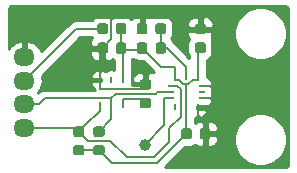
<source format=gtl>
G04 #@! TF.GenerationSoftware,KiCad,Pcbnew,(5.1.2)-1*
G04 #@! TF.CreationDate,2020-06-14T00:48:43+09:00*
G04 #@! TF.ProjectId,es,65732e6b-6963-4616-945f-706362585858,v1.0*
G04 #@! TF.SameCoordinates,Original*
G04 #@! TF.FileFunction,Copper,L1,Top*
G04 #@! TF.FilePolarity,Positive*
%FSLAX46Y46*%
G04 Gerber Fmt 4.6, Leading zero omitted, Abs format (unit mm)*
G04 Created by KiCad (PCBNEW (5.1.2)-1) date 2020-06-14 00:48:43*
%MOMM*%
%LPD*%
G04 APERTURE LIST*
%ADD10R,0.250000X0.500000*%
%ADD11R,0.500000X0.250000*%
%ADD12C,0.100000*%
%ADD13C,0.875000*%
%ADD14C,1.000000*%
%ADD15O,1.800000X1.524000*%
%ADD16C,0.800000*%
%ADD17C,0.200000*%
%ADD18C,0.254000*%
G04 APERTURE END LIST*
D10*
X164710000Y-106650000D03*
X165710000Y-106650000D03*
X166710000Y-106650000D03*
D11*
X167010000Y-107450000D03*
X167010000Y-107950000D03*
X167010000Y-108450000D03*
D10*
X166710000Y-109250000D03*
X165710000Y-109250000D03*
X164710000Y-109250000D03*
D11*
X164410000Y-108450000D03*
X164410000Y-107950000D03*
X164410000Y-107450000D03*
D12*
G36*
X160439691Y-102126053D02*
G01*
X160460926Y-102129203D01*
X160481750Y-102134419D01*
X160501962Y-102141651D01*
X160521368Y-102150830D01*
X160539781Y-102161866D01*
X160557024Y-102174654D01*
X160572930Y-102189070D01*
X160587346Y-102204976D01*
X160600134Y-102222219D01*
X160611170Y-102240632D01*
X160620349Y-102260038D01*
X160627581Y-102280250D01*
X160632797Y-102301074D01*
X160635947Y-102322309D01*
X160637000Y-102343750D01*
X160637000Y-102856250D01*
X160635947Y-102877691D01*
X160632797Y-102898926D01*
X160627581Y-102919750D01*
X160620349Y-102939962D01*
X160611170Y-102959368D01*
X160600134Y-102977781D01*
X160587346Y-102995024D01*
X160572930Y-103010930D01*
X160557024Y-103025346D01*
X160539781Y-103038134D01*
X160521368Y-103049170D01*
X160501962Y-103058349D01*
X160481750Y-103065581D01*
X160460926Y-103070797D01*
X160439691Y-103073947D01*
X160418250Y-103075000D01*
X159980750Y-103075000D01*
X159959309Y-103073947D01*
X159938074Y-103070797D01*
X159917250Y-103065581D01*
X159897038Y-103058349D01*
X159877632Y-103049170D01*
X159859219Y-103038134D01*
X159841976Y-103025346D01*
X159826070Y-103010930D01*
X159811654Y-102995024D01*
X159798866Y-102977781D01*
X159787830Y-102959368D01*
X159778651Y-102939962D01*
X159771419Y-102919750D01*
X159766203Y-102898926D01*
X159763053Y-102877691D01*
X159762000Y-102856250D01*
X159762000Y-102343750D01*
X159763053Y-102322309D01*
X159766203Y-102301074D01*
X159771419Y-102280250D01*
X159778651Y-102260038D01*
X159787830Y-102240632D01*
X159798866Y-102222219D01*
X159811654Y-102204976D01*
X159826070Y-102189070D01*
X159841976Y-102174654D01*
X159859219Y-102161866D01*
X159877632Y-102150830D01*
X159897038Y-102141651D01*
X159917250Y-102134419D01*
X159938074Y-102129203D01*
X159959309Y-102126053D01*
X159980750Y-102125000D01*
X160418250Y-102125000D01*
X160439691Y-102126053D01*
X160439691Y-102126053D01*
G37*
D13*
X160199500Y-102600000D03*
D12*
G36*
X158864691Y-102126053D02*
G01*
X158885926Y-102129203D01*
X158906750Y-102134419D01*
X158926962Y-102141651D01*
X158946368Y-102150830D01*
X158964781Y-102161866D01*
X158982024Y-102174654D01*
X158997930Y-102189070D01*
X159012346Y-102204976D01*
X159025134Y-102222219D01*
X159036170Y-102240632D01*
X159045349Y-102260038D01*
X159052581Y-102280250D01*
X159057797Y-102301074D01*
X159060947Y-102322309D01*
X159062000Y-102343750D01*
X159062000Y-102856250D01*
X159060947Y-102877691D01*
X159057797Y-102898926D01*
X159052581Y-102919750D01*
X159045349Y-102939962D01*
X159036170Y-102959368D01*
X159025134Y-102977781D01*
X159012346Y-102995024D01*
X158997930Y-103010930D01*
X158982024Y-103025346D01*
X158964781Y-103038134D01*
X158946368Y-103049170D01*
X158926962Y-103058349D01*
X158906750Y-103065581D01*
X158885926Y-103070797D01*
X158864691Y-103073947D01*
X158843250Y-103075000D01*
X158405750Y-103075000D01*
X158384309Y-103073947D01*
X158363074Y-103070797D01*
X158342250Y-103065581D01*
X158322038Y-103058349D01*
X158302632Y-103049170D01*
X158284219Y-103038134D01*
X158266976Y-103025346D01*
X158251070Y-103010930D01*
X158236654Y-102995024D01*
X158223866Y-102977781D01*
X158212830Y-102959368D01*
X158203651Y-102939962D01*
X158196419Y-102919750D01*
X158191203Y-102898926D01*
X158188053Y-102877691D01*
X158187000Y-102856250D01*
X158187000Y-102343750D01*
X158188053Y-102322309D01*
X158191203Y-102301074D01*
X158196419Y-102280250D01*
X158203651Y-102260038D01*
X158212830Y-102240632D01*
X158223866Y-102222219D01*
X158236654Y-102204976D01*
X158251070Y-102189070D01*
X158266976Y-102174654D01*
X158284219Y-102161866D01*
X158302632Y-102150830D01*
X158322038Y-102141651D01*
X158342250Y-102134419D01*
X158363074Y-102129203D01*
X158384309Y-102126053D01*
X158405750Y-102125000D01*
X158843250Y-102125000D01*
X158864691Y-102126053D01*
X158864691Y-102126053D01*
G37*
D13*
X158624500Y-102600000D03*
D12*
G36*
X158587691Y-110878053D02*
G01*
X158608926Y-110881203D01*
X158629750Y-110886419D01*
X158649962Y-110893651D01*
X158669368Y-110902830D01*
X158687781Y-110913866D01*
X158705024Y-110926654D01*
X158720930Y-110941070D01*
X158735346Y-110956976D01*
X158748134Y-110974219D01*
X158759170Y-110992632D01*
X158768349Y-111012038D01*
X158775581Y-111032250D01*
X158780797Y-111053074D01*
X158783947Y-111074309D01*
X158785000Y-111095750D01*
X158785000Y-111533250D01*
X158783947Y-111554691D01*
X158780797Y-111575926D01*
X158775581Y-111596750D01*
X158768349Y-111616962D01*
X158759170Y-111636368D01*
X158748134Y-111654781D01*
X158735346Y-111672024D01*
X158720930Y-111687930D01*
X158705024Y-111702346D01*
X158687781Y-111715134D01*
X158669368Y-111726170D01*
X158649962Y-111735349D01*
X158629750Y-111742581D01*
X158608926Y-111747797D01*
X158587691Y-111750947D01*
X158566250Y-111752000D01*
X158053750Y-111752000D01*
X158032309Y-111750947D01*
X158011074Y-111747797D01*
X157990250Y-111742581D01*
X157970038Y-111735349D01*
X157950632Y-111726170D01*
X157932219Y-111715134D01*
X157914976Y-111702346D01*
X157899070Y-111687930D01*
X157884654Y-111672024D01*
X157871866Y-111654781D01*
X157860830Y-111636368D01*
X157851651Y-111616962D01*
X157844419Y-111596750D01*
X157839203Y-111575926D01*
X157836053Y-111554691D01*
X157835000Y-111533250D01*
X157835000Y-111095750D01*
X157836053Y-111074309D01*
X157839203Y-111053074D01*
X157844419Y-111032250D01*
X157851651Y-111012038D01*
X157860830Y-110992632D01*
X157871866Y-110974219D01*
X157884654Y-110956976D01*
X157899070Y-110941070D01*
X157914976Y-110926654D01*
X157932219Y-110913866D01*
X157950632Y-110902830D01*
X157970038Y-110893651D01*
X157990250Y-110886419D01*
X158011074Y-110881203D01*
X158032309Y-110878053D01*
X158053750Y-110877000D01*
X158566250Y-110877000D01*
X158587691Y-110878053D01*
X158587691Y-110878053D01*
G37*
D13*
X158310000Y-111314500D03*
D12*
G36*
X158587691Y-112453053D02*
G01*
X158608926Y-112456203D01*
X158629750Y-112461419D01*
X158649962Y-112468651D01*
X158669368Y-112477830D01*
X158687781Y-112488866D01*
X158705024Y-112501654D01*
X158720930Y-112516070D01*
X158735346Y-112531976D01*
X158748134Y-112549219D01*
X158759170Y-112567632D01*
X158768349Y-112587038D01*
X158775581Y-112607250D01*
X158780797Y-112628074D01*
X158783947Y-112649309D01*
X158785000Y-112670750D01*
X158785000Y-113108250D01*
X158783947Y-113129691D01*
X158780797Y-113150926D01*
X158775581Y-113171750D01*
X158768349Y-113191962D01*
X158759170Y-113211368D01*
X158748134Y-113229781D01*
X158735346Y-113247024D01*
X158720930Y-113262930D01*
X158705024Y-113277346D01*
X158687781Y-113290134D01*
X158669368Y-113301170D01*
X158649962Y-113310349D01*
X158629750Y-113317581D01*
X158608926Y-113322797D01*
X158587691Y-113325947D01*
X158566250Y-113327000D01*
X158053750Y-113327000D01*
X158032309Y-113325947D01*
X158011074Y-113322797D01*
X157990250Y-113317581D01*
X157970038Y-113310349D01*
X157950632Y-113301170D01*
X157932219Y-113290134D01*
X157914976Y-113277346D01*
X157899070Y-113262930D01*
X157884654Y-113247024D01*
X157871866Y-113229781D01*
X157860830Y-113211368D01*
X157851651Y-113191962D01*
X157844419Y-113171750D01*
X157839203Y-113150926D01*
X157836053Y-113129691D01*
X157835000Y-113108250D01*
X157835000Y-112670750D01*
X157836053Y-112649309D01*
X157839203Y-112628074D01*
X157844419Y-112607250D01*
X157851651Y-112587038D01*
X157860830Y-112567632D01*
X157871866Y-112549219D01*
X157884654Y-112531976D01*
X157899070Y-112516070D01*
X157914976Y-112501654D01*
X157932219Y-112488866D01*
X157950632Y-112477830D01*
X157970038Y-112468651D01*
X157990250Y-112461419D01*
X158011074Y-112456203D01*
X158032309Y-112453053D01*
X158053750Y-112452000D01*
X158566250Y-112452000D01*
X158587691Y-112453053D01*
X158587691Y-112453053D01*
G37*
D13*
X158310000Y-112889500D03*
D12*
G36*
X156887691Y-110878053D02*
G01*
X156908926Y-110881203D01*
X156929750Y-110886419D01*
X156949962Y-110893651D01*
X156969368Y-110902830D01*
X156987781Y-110913866D01*
X157005024Y-110926654D01*
X157020930Y-110941070D01*
X157035346Y-110956976D01*
X157048134Y-110974219D01*
X157059170Y-110992632D01*
X157068349Y-111012038D01*
X157075581Y-111032250D01*
X157080797Y-111053074D01*
X157083947Y-111074309D01*
X157085000Y-111095750D01*
X157085000Y-111533250D01*
X157083947Y-111554691D01*
X157080797Y-111575926D01*
X157075581Y-111596750D01*
X157068349Y-111616962D01*
X157059170Y-111636368D01*
X157048134Y-111654781D01*
X157035346Y-111672024D01*
X157020930Y-111687930D01*
X157005024Y-111702346D01*
X156987781Y-111715134D01*
X156969368Y-111726170D01*
X156949962Y-111735349D01*
X156929750Y-111742581D01*
X156908926Y-111747797D01*
X156887691Y-111750947D01*
X156866250Y-111752000D01*
X156353750Y-111752000D01*
X156332309Y-111750947D01*
X156311074Y-111747797D01*
X156290250Y-111742581D01*
X156270038Y-111735349D01*
X156250632Y-111726170D01*
X156232219Y-111715134D01*
X156214976Y-111702346D01*
X156199070Y-111687930D01*
X156184654Y-111672024D01*
X156171866Y-111654781D01*
X156160830Y-111636368D01*
X156151651Y-111616962D01*
X156144419Y-111596750D01*
X156139203Y-111575926D01*
X156136053Y-111554691D01*
X156135000Y-111533250D01*
X156135000Y-111095750D01*
X156136053Y-111074309D01*
X156139203Y-111053074D01*
X156144419Y-111032250D01*
X156151651Y-111012038D01*
X156160830Y-110992632D01*
X156171866Y-110974219D01*
X156184654Y-110956976D01*
X156199070Y-110941070D01*
X156214976Y-110926654D01*
X156232219Y-110913866D01*
X156250632Y-110902830D01*
X156270038Y-110893651D01*
X156290250Y-110886419D01*
X156311074Y-110881203D01*
X156332309Y-110878053D01*
X156353750Y-110877000D01*
X156866250Y-110877000D01*
X156887691Y-110878053D01*
X156887691Y-110878053D01*
G37*
D13*
X156610000Y-111314500D03*
D12*
G36*
X156887691Y-112453053D02*
G01*
X156908926Y-112456203D01*
X156929750Y-112461419D01*
X156949962Y-112468651D01*
X156969368Y-112477830D01*
X156987781Y-112488866D01*
X157005024Y-112501654D01*
X157020930Y-112516070D01*
X157035346Y-112531976D01*
X157048134Y-112549219D01*
X157059170Y-112567632D01*
X157068349Y-112587038D01*
X157075581Y-112607250D01*
X157080797Y-112628074D01*
X157083947Y-112649309D01*
X157085000Y-112670750D01*
X157085000Y-113108250D01*
X157083947Y-113129691D01*
X157080797Y-113150926D01*
X157075581Y-113171750D01*
X157068349Y-113191962D01*
X157059170Y-113211368D01*
X157048134Y-113229781D01*
X157035346Y-113247024D01*
X157020930Y-113262930D01*
X157005024Y-113277346D01*
X156987781Y-113290134D01*
X156969368Y-113301170D01*
X156949962Y-113310349D01*
X156929750Y-113317581D01*
X156908926Y-113322797D01*
X156887691Y-113325947D01*
X156866250Y-113327000D01*
X156353750Y-113327000D01*
X156332309Y-113325947D01*
X156311074Y-113322797D01*
X156290250Y-113317581D01*
X156270038Y-113310349D01*
X156250632Y-113301170D01*
X156232219Y-113290134D01*
X156214976Y-113277346D01*
X156199070Y-113262930D01*
X156184654Y-113247024D01*
X156171866Y-113229781D01*
X156160830Y-113211368D01*
X156151651Y-113191962D01*
X156144419Y-113171750D01*
X156139203Y-113150926D01*
X156136053Y-113129691D01*
X156135000Y-113108250D01*
X156135000Y-112670750D01*
X156136053Y-112649309D01*
X156139203Y-112628074D01*
X156144419Y-112607250D01*
X156151651Y-112587038D01*
X156160830Y-112567632D01*
X156171866Y-112549219D01*
X156184654Y-112531976D01*
X156199070Y-112516070D01*
X156214976Y-112501654D01*
X156232219Y-112488866D01*
X156250632Y-112477830D01*
X156270038Y-112468651D01*
X156290250Y-112461419D01*
X156311074Y-112456203D01*
X156332309Y-112453053D01*
X156353750Y-112452000D01*
X156866250Y-112452000D01*
X156887691Y-112453053D01*
X156887691Y-112453053D01*
G37*
D13*
X156610000Y-112889500D03*
D10*
X158360000Y-106940000D03*
X159360000Y-106940000D03*
X160360000Y-106940000D03*
X160360000Y-109040000D03*
X159360000Y-109040000D03*
X158360000Y-109040000D03*
D14*
X162170000Y-112420000D03*
D12*
G36*
X163777691Y-103766053D02*
G01*
X163798926Y-103769203D01*
X163819750Y-103774419D01*
X163839962Y-103781651D01*
X163859368Y-103790830D01*
X163877781Y-103801866D01*
X163895024Y-103814654D01*
X163910930Y-103829070D01*
X163925346Y-103844976D01*
X163938134Y-103862219D01*
X163949170Y-103880632D01*
X163958349Y-103900038D01*
X163965581Y-103920250D01*
X163970797Y-103941074D01*
X163973947Y-103962309D01*
X163975000Y-103983750D01*
X163975000Y-104496250D01*
X163973947Y-104517691D01*
X163970797Y-104538926D01*
X163965581Y-104559750D01*
X163958349Y-104579962D01*
X163949170Y-104599368D01*
X163938134Y-104617781D01*
X163925346Y-104635024D01*
X163910930Y-104650930D01*
X163895024Y-104665346D01*
X163877781Y-104678134D01*
X163859368Y-104689170D01*
X163839962Y-104698349D01*
X163819750Y-104705581D01*
X163798926Y-104710797D01*
X163777691Y-104713947D01*
X163756250Y-104715000D01*
X163318750Y-104715000D01*
X163297309Y-104713947D01*
X163276074Y-104710797D01*
X163255250Y-104705581D01*
X163235038Y-104698349D01*
X163215632Y-104689170D01*
X163197219Y-104678134D01*
X163179976Y-104665346D01*
X163164070Y-104650930D01*
X163149654Y-104635024D01*
X163136866Y-104617781D01*
X163125830Y-104599368D01*
X163116651Y-104579962D01*
X163109419Y-104559750D01*
X163104203Y-104538926D01*
X163101053Y-104517691D01*
X163100000Y-104496250D01*
X163100000Y-103983750D01*
X163101053Y-103962309D01*
X163104203Y-103941074D01*
X163109419Y-103920250D01*
X163116651Y-103900038D01*
X163125830Y-103880632D01*
X163136866Y-103862219D01*
X163149654Y-103844976D01*
X163164070Y-103829070D01*
X163179976Y-103814654D01*
X163197219Y-103801866D01*
X163215632Y-103790830D01*
X163235038Y-103781651D01*
X163255250Y-103774419D01*
X163276074Y-103769203D01*
X163297309Y-103766053D01*
X163318750Y-103765000D01*
X163756250Y-103765000D01*
X163777691Y-103766053D01*
X163777691Y-103766053D01*
G37*
D13*
X163537500Y-104240000D03*
D12*
G36*
X162202691Y-103766053D02*
G01*
X162223926Y-103769203D01*
X162244750Y-103774419D01*
X162264962Y-103781651D01*
X162284368Y-103790830D01*
X162302781Y-103801866D01*
X162320024Y-103814654D01*
X162335930Y-103829070D01*
X162350346Y-103844976D01*
X162363134Y-103862219D01*
X162374170Y-103880632D01*
X162383349Y-103900038D01*
X162390581Y-103920250D01*
X162395797Y-103941074D01*
X162398947Y-103962309D01*
X162400000Y-103983750D01*
X162400000Y-104496250D01*
X162398947Y-104517691D01*
X162395797Y-104538926D01*
X162390581Y-104559750D01*
X162383349Y-104579962D01*
X162374170Y-104599368D01*
X162363134Y-104617781D01*
X162350346Y-104635024D01*
X162335930Y-104650930D01*
X162320024Y-104665346D01*
X162302781Y-104678134D01*
X162284368Y-104689170D01*
X162264962Y-104698349D01*
X162244750Y-104705581D01*
X162223926Y-104710797D01*
X162202691Y-104713947D01*
X162181250Y-104715000D01*
X161743750Y-104715000D01*
X161722309Y-104713947D01*
X161701074Y-104710797D01*
X161680250Y-104705581D01*
X161660038Y-104698349D01*
X161640632Y-104689170D01*
X161622219Y-104678134D01*
X161604976Y-104665346D01*
X161589070Y-104650930D01*
X161574654Y-104635024D01*
X161561866Y-104617781D01*
X161550830Y-104599368D01*
X161541651Y-104579962D01*
X161534419Y-104559750D01*
X161529203Y-104538926D01*
X161526053Y-104517691D01*
X161525000Y-104496250D01*
X161525000Y-103983750D01*
X161526053Y-103962309D01*
X161529203Y-103941074D01*
X161534419Y-103920250D01*
X161541651Y-103900038D01*
X161550830Y-103880632D01*
X161561866Y-103862219D01*
X161574654Y-103844976D01*
X161589070Y-103829070D01*
X161604976Y-103814654D01*
X161622219Y-103801866D01*
X161640632Y-103790830D01*
X161660038Y-103781651D01*
X161680250Y-103774419D01*
X161701074Y-103769203D01*
X161722309Y-103766053D01*
X161743750Y-103765000D01*
X162181250Y-103765000D01*
X162202691Y-103766053D01*
X162202691Y-103766053D01*
G37*
D13*
X161962500Y-104240000D03*
D15*
X152000000Y-105000000D03*
X152000000Y-107000000D03*
X152000000Y-109000000D03*
X152000000Y-111000000D03*
D12*
G36*
X167177691Y-102188053D02*
G01*
X167198926Y-102191203D01*
X167219750Y-102196419D01*
X167239962Y-102203651D01*
X167259368Y-102212830D01*
X167277781Y-102223866D01*
X167295024Y-102236654D01*
X167310930Y-102251070D01*
X167325346Y-102266976D01*
X167338134Y-102284219D01*
X167349170Y-102302632D01*
X167358349Y-102322038D01*
X167365581Y-102342250D01*
X167370797Y-102363074D01*
X167373947Y-102384309D01*
X167375000Y-102405750D01*
X167375000Y-102843250D01*
X167373947Y-102864691D01*
X167370797Y-102885926D01*
X167365581Y-102906750D01*
X167358349Y-102926962D01*
X167349170Y-102946368D01*
X167338134Y-102964781D01*
X167325346Y-102982024D01*
X167310930Y-102997930D01*
X167295024Y-103012346D01*
X167277781Y-103025134D01*
X167259368Y-103036170D01*
X167239962Y-103045349D01*
X167219750Y-103052581D01*
X167198926Y-103057797D01*
X167177691Y-103060947D01*
X167156250Y-103062000D01*
X166643750Y-103062000D01*
X166622309Y-103060947D01*
X166601074Y-103057797D01*
X166580250Y-103052581D01*
X166560038Y-103045349D01*
X166540632Y-103036170D01*
X166522219Y-103025134D01*
X166504976Y-103012346D01*
X166489070Y-102997930D01*
X166474654Y-102982024D01*
X166461866Y-102964781D01*
X166450830Y-102946368D01*
X166441651Y-102926962D01*
X166434419Y-102906750D01*
X166429203Y-102885926D01*
X166426053Y-102864691D01*
X166425000Y-102843250D01*
X166425000Y-102405750D01*
X166426053Y-102384309D01*
X166429203Y-102363074D01*
X166434419Y-102342250D01*
X166441651Y-102322038D01*
X166450830Y-102302632D01*
X166461866Y-102284219D01*
X166474654Y-102266976D01*
X166489070Y-102251070D01*
X166504976Y-102236654D01*
X166522219Y-102223866D01*
X166540632Y-102212830D01*
X166560038Y-102203651D01*
X166580250Y-102196419D01*
X166601074Y-102191203D01*
X166622309Y-102188053D01*
X166643750Y-102187000D01*
X167156250Y-102187000D01*
X167177691Y-102188053D01*
X167177691Y-102188053D01*
G37*
D13*
X166900000Y-102624500D03*
D12*
G36*
X167177691Y-103763053D02*
G01*
X167198926Y-103766203D01*
X167219750Y-103771419D01*
X167239962Y-103778651D01*
X167259368Y-103787830D01*
X167277781Y-103798866D01*
X167295024Y-103811654D01*
X167310930Y-103826070D01*
X167325346Y-103841976D01*
X167338134Y-103859219D01*
X167349170Y-103877632D01*
X167358349Y-103897038D01*
X167365581Y-103917250D01*
X167370797Y-103938074D01*
X167373947Y-103959309D01*
X167375000Y-103980750D01*
X167375000Y-104418250D01*
X167373947Y-104439691D01*
X167370797Y-104460926D01*
X167365581Y-104481750D01*
X167358349Y-104501962D01*
X167349170Y-104521368D01*
X167338134Y-104539781D01*
X167325346Y-104557024D01*
X167310930Y-104572930D01*
X167295024Y-104587346D01*
X167277781Y-104600134D01*
X167259368Y-104611170D01*
X167239962Y-104620349D01*
X167219750Y-104627581D01*
X167198926Y-104632797D01*
X167177691Y-104635947D01*
X167156250Y-104637000D01*
X166643750Y-104637000D01*
X166622309Y-104635947D01*
X166601074Y-104632797D01*
X166580250Y-104627581D01*
X166560038Y-104620349D01*
X166540632Y-104611170D01*
X166522219Y-104600134D01*
X166504976Y-104587346D01*
X166489070Y-104572930D01*
X166474654Y-104557024D01*
X166461866Y-104539781D01*
X166450830Y-104521368D01*
X166441651Y-104501962D01*
X166434419Y-104481750D01*
X166429203Y-104460926D01*
X166426053Y-104439691D01*
X166425000Y-104418250D01*
X166425000Y-103980750D01*
X166426053Y-103959309D01*
X166429203Y-103938074D01*
X166434419Y-103917250D01*
X166441651Y-103897038D01*
X166450830Y-103877632D01*
X166461866Y-103859219D01*
X166474654Y-103841976D01*
X166489070Y-103826070D01*
X166504976Y-103811654D01*
X166522219Y-103798866D01*
X166540632Y-103787830D01*
X166560038Y-103778651D01*
X166580250Y-103771419D01*
X166601074Y-103766203D01*
X166622309Y-103763053D01*
X166643750Y-103762000D01*
X167156250Y-103762000D01*
X167177691Y-103763053D01*
X167177691Y-103763053D01*
G37*
D13*
X166900000Y-104199500D03*
D12*
G36*
X167535691Y-111026053D02*
G01*
X167556926Y-111029203D01*
X167577750Y-111034419D01*
X167597962Y-111041651D01*
X167617368Y-111050830D01*
X167635781Y-111061866D01*
X167653024Y-111074654D01*
X167668930Y-111089070D01*
X167683346Y-111104976D01*
X167696134Y-111122219D01*
X167707170Y-111140632D01*
X167716349Y-111160038D01*
X167723581Y-111180250D01*
X167728797Y-111201074D01*
X167731947Y-111222309D01*
X167733000Y-111243750D01*
X167733000Y-111756250D01*
X167731947Y-111777691D01*
X167728797Y-111798926D01*
X167723581Y-111819750D01*
X167716349Y-111839962D01*
X167707170Y-111859368D01*
X167696134Y-111877781D01*
X167683346Y-111895024D01*
X167668930Y-111910930D01*
X167653024Y-111925346D01*
X167635781Y-111938134D01*
X167617368Y-111949170D01*
X167597962Y-111958349D01*
X167577750Y-111965581D01*
X167556926Y-111970797D01*
X167535691Y-111973947D01*
X167514250Y-111975000D01*
X167076750Y-111975000D01*
X167055309Y-111973947D01*
X167034074Y-111970797D01*
X167013250Y-111965581D01*
X166993038Y-111958349D01*
X166973632Y-111949170D01*
X166955219Y-111938134D01*
X166937976Y-111925346D01*
X166922070Y-111910930D01*
X166907654Y-111895024D01*
X166894866Y-111877781D01*
X166883830Y-111859368D01*
X166874651Y-111839962D01*
X166867419Y-111819750D01*
X166862203Y-111798926D01*
X166859053Y-111777691D01*
X166858000Y-111756250D01*
X166858000Y-111243750D01*
X166859053Y-111222309D01*
X166862203Y-111201074D01*
X166867419Y-111180250D01*
X166874651Y-111160038D01*
X166883830Y-111140632D01*
X166894866Y-111122219D01*
X166907654Y-111104976D01*
X166922070Y-111089070D01*
X166937976Y-111074654D01*
X166955219Y-111061866D01*
X166973632Y-111050830D01*
X166993038Y-111041651D01*
X167013250Y-111034419D01*
X167034074Y-111029203D01*
X167055309Y-111026053D01*
X167076750Y-111025000D01*
X167514250Y-111025000D01*
X167535691Y-111026053D01*
X167535691Y-111026053D01*
G37*
D13*
X167295500Y-111500000D03*
D12*
G36*
X165960691Y-111026053D02*
G01*
X165981926Y-111029203D01*
X166002750Y-111034419D01*
X166022962Y-111041651D01*
X166042368Y-111050830D01*
X166060781Y-111061866D01*
X166078024Y-111074654D01*
X166093930Y-111089070D01*
X166108346Y-111104976D01*
X166121134Y-111122219D01*
X166132170Y-111140632D01*
X166141349Y-111160038D01*
X166148581Y-111180250D01*
X166153797Y-111201074D01*
X166156947Y-111222309D01*
X166158000Y-111243750D01*
X166158000Y-111756250D01*
X166156947Y-111777691D01*
X166153797Y-111798926D01*
X166148581Y-111819750D01*
X166141349Y-111839962D01*
X166132170Y-111859368D01*
X166121134Y-111877781D01*
X166108346Y-111895024D01*
X166093930Y-111910930D01*
X166078024Y-111925346D01*
X166060781Y-111938134D01*
X166042368Y-111949170D01*
X166022962Y-111958349D01*
X166002750Y-111965581D01*
X165981926Y-111970797D01*
X165960691Y-111973947D01*
X165939250Y-111975000D01*
X165501750Y-111975000D01*
X165480309Y-111973947D01*
X165459074Y-111970797D01*
X165438250Y-111965581D01*
X165418038Y-111958349D01*
X165398632Y-111949170D01*
X165380219Y-111938134D01*
X165362976Y-111925346D01*
X165347070Y-111910930D01*
X165332654Y-111895024D01*
X165319866Y-111877781D01*
X165308830Y-111859368D01*
X165299651Y-111839962D01*
X165292419Y-111819750D01*
X165287203Y-111798926D01*
X165284053Y-111777691D01*
X165283000Y-111756250D01*
X165283000Y-111243750D01*
X165284053Y-111222309D01*
X165287203Y-111201074D01*
X165292419Y-111180250D01*
X165299651Y-111160038D01*
X165308830Y-111140632D01*
X165319866Y-111122219D01*
X165332654Y-111104976D01*
X165347070Y-111089070D01*
X165362976Y-111074654D01*
X165380219Y-111061866D01*
X165398632Y-111050830D01*
X165418038Y-111041651D01*
X165438250Y-111034419D01*
X165459074Y-111029203D01*
X165480309Y-111026053D01*
X165501750Y-111025000D01*
X165939250Y-111025000D01*
X165960691Y-111026053D01*
X165960691Y-111026053D01*
G37*
D13*
X165720500Y-111500000D03*
D12*
G36*
X162200691Y-102126053D02*
G01*
X162221926Y-102129203D01*
X162242750Y-102134419D01*
X162262962Y-102141651D01*
X162282368Y-102150830D01*
X162300781Y-102161866D01*
X162318024Y-102174654D01*
X162333930Y-102189070D01*
X162348346Y-102204976D01*
X162361134Y-102222219D01*
X162372170Y-102240632D01*
X162381349Y-102260038D01*
X162388581Y-102280250D01*
X162393797Y-102301074D01*
X162396947Y-102322309D01*
X162398000Y-102343750D01*
X162398000Y-102856250D01*
X162396947Y-102877691D01*
X162393797Y-102898926D01*
X162388581Y-102919750D01*
X162381349Y-102939962D01*
X162372170Y-102959368D01*
X162361134Y-102977781D01*
X162348346Y-102995024D01*
X162333930Y-103010930D01*
X162318024Y-103025346D01*
X162300781Y-103038134D01*
X162282368Y-103049170D01*
X162262962Y-103058349D01*
X162242750Y-103065581D01*
X162221926Y-103070797D01*
X162200691Y-103073947D01*
X162179250Y-103075000D01*
X161741750Y-103075000D01*
X161720309Y-103073947D01*
X161699074Y-103070797D01*
X161678250Y-103065581D01*
X161658038Y-103058349D01*
X161638632Y-103049170D01*
X161620219Y-103038134D01*
X161602976Y-103025346D01*
X161587070Y-103010930D01*
X161572654Y-102995024D01*
X161559866Y-102977781D01*
X161548830Y-102959368D01*
X161539651Y-102939962D01*
X161532419Y-102919750D01*
X161527203Y-102898926D01*
X161524053Y-102877691D01*
X161523000Y-102856250D01*
X161523000Y-102343750D01*
X161524053Y-102322309D01*
X161527203Y-102301074D01*
X161532419Y-102280250D01*
X161539651Y-102260038D01*
X161548830Y-102240632D01*
X161559866Y-102222219D01*
X161572654Y-102204976D01*
X161587070Y-102189070D01*
X161602976Y-102174654D01*
X161620219Y-102161866D01*
X161638632Y-102150830D01*
X161658038Y-102141651D01*
X161678250Y-102134419D01*
X161699074Y-102129203D01*
X161720309Y-102126053D01*
X161741750Y-102125000D01*
X162179250Y-102125000D01*
X162200691Y-102126053D01*
X162200691Y-102126053D01*
G37*
D13*
X161960500Y-102600000D03*
D12*
G36*
X163775691Y-102126053D02*
G01*
X163796926Y-102129203D01*
X163817750Y-102134419D01*
X163837962Y-102141651D01*
X163857368Y-102150830D01*
X163875781Y-102161866D01*
X163893024Y-102174654D01*
X163908930Y-102189070D01*
X163923346Y-102204976D01*
X163936134Y-102222219D01*
X163947170Y-102240632D01*
X163956349Y-102260038D01*
X163963581Y-102280250D01*
X163968797Y-102301074D01*
X163971947Y-102322309D01*
X163973000Y-102343750D01*
X163973000Y-102856250D01*
X163971947Y-102877691D01*
X163968797Y-102898926D01*
X163963581Y-102919750D01*
X163956349Y-102939962D01*
X163947170Y-102959368D01*
X163936134Y-102977781D01*
X163923346Y-102995024D01*
X163908930Y-103010930D01*
X163893024Y-103025346D01*
X163875781Y-103038134D01*
X163857368Y-103049170D01*
X163837962Y-103058349D01*
X163817750Y-103065581D01*
X163796926Y-103070797D01*
X163775691Y-103073947D01*
X163754250Y-103075000D01*
X163316750Y-103075000D01*
X163295309Y-103073947D01*
X163274074Y-103070797D01*
X163253250Y-103065581D01*
X163233038Y-103058349D01*
X163213632Y-103049170D01*
X163195219Y-103038134D01*
X163177976Y-103025346D01*
X163162070Y-103010930D01*
X163147654Y-102995024D01*
X163134866Y-102977781D01*
X163123830Y-102959368D01*
X163114651Y-102939962D01*
X163107419Y-102919750D01*
X163102203Y-102898926D01*
X163099053Y-102877691D01*
X163098000Y-102856250D01*
X163098000Y-102343750D01*
X163099053Y-102322309D01*
X163102203Y-102301074D01*
X163107419Y-102280250D01*
X163114651Y-102260038D01*
X163123830Y-102240632D01*
X163134866Y-102222219D01*
X163147654Y-102204976D01*
X163162070Y-102189070D01*
X163177976Y-102174654D01*
X163195219Y-102161866D01*
X163213632Y-102150830D01*
X163233038Y-102141651D01*
X163253250Y-102134419D01*
X163274074Y-102129203D01*
X163295309Y-102126053D01*
X163316750Y-102125000D01*
X163754250Y-102125000D01*
X163775691Y-102126053D01*
X163775691Y-102126053D01*
G37*
D13*
X163535500Y-102600000D03*
D12*
G36*
X158864691Y-103766053D02*
G01*
X158885926Y-103769203D01*
X158906750Y-103774419D01*
X158926962Y-103781651D01*
X158946368Y-103790830D01*
X158964781Y-103801866D01*
X158982024Y-103814654D01*
X158997930Y-103829070D01*
X159012346Y-103844976D01*
X159025134Y-103862219D01*
X159036170Y-103880632D01*
X159045349Y-103900038D01*
X159052581Y-103920250D01*
X159057797Y-103941074D01*
X159060947Y-103962309D01*
X159062000Y-103983750D01*
X159062000Y-104496250D01*
X159060947Y-104517691D01*
X159057797Y-104538926D01*
X159052581Y-104559750D01*
X159045349Y-104579962D01*
X159036170Y-104599368D01*
X159025134Y-104617781D01*
X159012346Y-104635024D01*
X158997930Y-104650930D01*
X158982024Y-104665346D01*
X158964781Y-104678134D01*
X158946368Y-104689170D01*
X158926962Y-104698349D01*
X158906750Y-104705581D01*
X158885926Y-104710797D01*
X158864691Y-104713947D01*
X158843250Y-104715000D01*
X158405750Y-104715000D01*
X158384309Y-104713947D01*
X158363074Y-104710797D01*
X158342250Y-104705581D01*
X158322038Y-104698349D01*
X158302632Y-104689170D01*
X158284219Y-104678134D01*
X158266976Y-104665346D01*
X158251070Y-104650930D01*
X158236654Y-104635024D01*
X158223866Y-104617781D01*
X158212830Y-104599368D01*
X158203651Y-104579962D01*
X158196419Y-104559750D01*
X158191203Y-104538926D01*
X158188053Y-104517691D01*
X158187000Y-104496250D01*
X158187000Y-103983750D01*
X158188053Y-103962309D01*
X158191203Y-103941074D01*
X158196419Y-103920250D01*
X158203651Y-103900038D01*
X158212830Y-103880632D01*
X158223866Y-103862219D01*
X158236654Y-103844976D01*
X158251070Y-103829070D01*
X158266976Y-103814654D01*
X158284219Y-103801866D01*
X158302632Y-103790830D01*
X158322038Y-103781651D01*
X158342250Y-103774419D01*
X158363074Y-103769203D01*
X158384309Y-103766053D01*
X158405750Y-103765000D01*
X158843250Y-103765000D01*
X158864691Y-103766053D01*
X158864691Y-103766053D01*
G37*
D13*
X158624500Y-104240000D03*
D12*
G36*
X160439691Y-103766053D02*
G01*
X160460926Y-103769203D01*
X160481750Y-103774419D01*
X160501962Y-103781651D01*
X160521368Y-103790830D01*
X160539781Y-103801866D01*
X160557024Y-103814654D01*
X160572930Y-103829070D01*
X160587346Y-103844976D01*
X160600134Y-103862219D01*
X160611170Y-103880632D01*
X160620349Y-103900038D01*
X160627581Y-103920250D01*
X160632797Y-103941074D01*
X160635947Y-103962309D01*
X160637000Y-103983750D01*
X160637000Y-104496250D01*
X160635947Y-104517691D01*
X160632797Y-104538926D01*
X160627581Y-104559750D01*
X160620349Y-104579962D01*
X160611170Y-104599368D01*
X160600134Y-104617781D01*
X160587346Y-104635024D01*
X160572930Y-104650930D01*
X160557024Y-104665346D01*
X160539781Y-104678134D01*
X160521368Y-104689170D01*
X160501962Y-104698349D01*
X160481750Y-104705581D01*
X160460926Y-104710797D01*
X160439691Y-104713947D01*
X160418250Y-104715000D01*
X159980750Y-104715000D01*
X159959309Y-104713947D01*
X159938074Y-104710797D01*
X159917250Y-104705581D01*
X159897038Y-104698349D01*
X159877632Y-104689170D01*
X159859219Y-104678134D01*
X159841976Y-104665346D01*
X159826070Y-104650930D01*
X159811654Y-104635024D01*
X159798866Y-104617781D01*
X159787830Y-104599368D01*
X159778651Y-104579962D01*
X159771419Y-104559750D01*
X159766203Y-104538926D01*
X159763053Y-104517691D01*
X159762000Y-104496250D01*
X159762000Y-103983750D01*
X159763053Y-103962309D01*
X159766203Y-103941074D01*
X159771419Y-103920250D01*
X159778651Y-103900038D01*
X159787830Y-103880632D01*
X159798866Y-103862219D01*
X159811654Y-103844976D01*
X159826070Y-103829070D01*
X159841976Y-103814654D01*
X159859219Y-103801866D01*
X159877632Y-103790830D01*
X159897038Y-103781651D01*
X159917250Y-103774419D01*
X159938074Y-103769203D01*
X159959309Y-103766053D01*
X159980750Y-103765000D01*
X160418250Y-103765000D01*
X160439691Y-103766053D01*
X160439691Y-103766053D01*
G37*
D13*
X160199500Y-104240000D03*
D12*
G36*
X162527691Y-106886053D02*
G01*
X162548926Y-106889203D01*
X162569750Y-106894419D01*
X162589962Y-106901651D01*
X162609368Y-106910830D01*
X162627781Y-106921866D01*
X162645024Y-106934654D01*
X162660930Y-106949070D01*
X162675346Y-106964976D01*
X162688134Y-106982219D01*
X162699170Y-107000632D01*
X162708349Y-107020038D01*
X162715581Y-107040250D01*
X162720797Y-107061074D01*
X162723947Y-107082309D01*
X162725000Y-107103750D01*
X162725000Y-107541250D01*
X162723947Y-107562691D01*
X162720797Y-107583926D01*
X162715581Y-107604750D01*
X162708349Y-107624962D01*
X162699170Y-107644368D01*
X162688134Y-107662781D01*
X162675346Y-107680024D01*
X162660930Y-107695930D01*
X162645024Y-107710346D01*
X162627781Y-107723134D01*
X162609368Y-107734170D01*
X162589962Y-107743349D01*
X162569750Y-107750581D01*
X162548926Y-107755797D01*
X162527691Y-107758947D01*
X162506250Y-107760000D01*
X161993750Y-107760000D01*
X161972309Y-107758947D01*
X161951074Y-107755797D01*
X161930250Y-107750581D01*
X161910038Y-107743349D01*
X161890632Y-107734170D01*
X161872219Y-107723134D01*
X161854976Y-107710346D01*
X161839070Y-107695930D01*
X161824654Y-107680024D01*
X161811866Y-107662781D01*
X161800830Y-107644368D01*
X161791651Y-107624962D01*
X161784419Y-107604750D01*
X161779203Y-107583926D01*
X161776053Y-107562691D01*
X161775000Y-107541250D01*
X161775000Y-107103750D01*
X161776053Y-107082309D01*
X161779203Y-107061074D01*
X161784419Y-107040250D01*
X161791651Y-107020038D01*
X161800830Y-107000632D01*
X161811866Y-106982219D01*
X161824654Y-106964976D01*
X161839070Y-106949070D01*
X161854976Y-106934654D01*
X161872219Y-106921866D01*
X161890632Y-106910830D01*
X161910038Y-106901651D01*
X161930250Y-106894419D01*
X161951074Y-106889203D01*
X161972309Y-106886053D01*
X161993750Y-106885000D01*
X162506250Y-106885000D01*
X162527691Y-106886053D01*
X162527691Y-106886053D01*
G37*
D13*
X162250000Y-107322500D03*
D12*
G36*
X162527691Y-108461053D02*
G01*
X162548926Y-108464203D01*
X162569750Y-108469419D01*
X162589962Y-108476651D01*
X162609368Y-108485830D01*
X162627781Y-108496866D01*
X162645024Y-108509654D01*
X162660930Y-108524070D01*
X162675346Y-108539976D01*
X162688134Y-108557219D01*
X162699170Y-108575632D01*
X162708349Y-108595038D01*
X162715581Y-108615250D01*
X162720797Y-108636074D01*
X162723947Y-108657309D01*
X162725000Y-108678750D01*
X162725000Y-109116250D01*
X162723947Y-109137691D01*
X162720797Y-109158926D01*
X162715581Y-109179750D01*
X162708349Y-109199962D01*
X162699170Y-109219368D01*
X162688134Y-109237781D01*
X162675346Y-109255024D01*
X162660930Y-109270930D01*
X162645024Y-109285346D01*
X162627781Y-109298134D01*
X162609368Y-109309170D01*
X162589962Y-109318349D01*
X162569750Y-109325581D01*
X162548926Y-109330797D01*
X162527691Y-109333947D01*
X162506250Y-109335000D01*
X161993750Y-109335000D01*
X161972309Y-109333947D01*
X161951074Y-109330797D01*
X161930250Y-109325581D01*
X161910038Y-109318349D01*
X161890632Y-109309170D01*
X161872219Y-109298134D01*
X161854976Y-109285346D01*
X161839070Y-109270930D01*
X161824654Y-109255024D01*
X161811866Y-109237781D01*
X161800830Y-109219368D01*
X161791651Y-109199962D01*
X161784419Y-109179750D01*
X161779203Y-109158926D01*
X161776053Y-109137691D01*
X161775000Y-109116250D01*
X161775000Y-108678750D01*
X161776053Y-108657309D01*
X161779203Y-108636074D01*
X161784419Y-108615250D01*
X161791651Y-108595038D01*
X161800830Y-108575632D01*
X161811866Y-108557219D01*
X161824654Y-108539976D01*
X161839070Y-108524070D01*
X161854976Y-108509654D01*
X161872219Y-108496866D01*
X161890632Y-108485830D01*
X161910038Y-108476651D01*
X161930250Y-108469419D01*
X161951074Y-108464203D01*
X161972309Y-108461053D01*
X161993750Y-108460000D01*
X162506250Y-108460000D01*
X162527691Y-108461053D01*
X162527691Y-108461053D01*
G37*
D13*
X162250000Y-108897500D03*
D16*
X168460000Y-105740000D03*
X154780000Y-106470000D03*
X165090000Y-113780000D03*
X161460000Y-105820000D03*
D17*
X159364300Y-102125400D02*
X159364300Y-103500200D01*
X159364300Y-103500200D02*
X158624500Y-104240000D01*
X158360000Y-106389700D02*
X158360000Y-104504500D01*
X158360000Y-104504500D02*
X158624500Y-104240000D01*
X158360000Y-106940000D02*
X158360000Y-106389700D01*
X166710000Y-109500000D02*
X166710000Y-110050300D01*
X166710000Y-110050300D02*
X167295500Y-110635800D01*
X167295500Y-110635800D02*
X167295500Y-111500000D01*
X167010000Y-107450000D02*
X167560300Y-107450000D01*
X166710000Y-109500000D02*
X166710000Y-109160000D01*
X161892500Y-107680000D02*
X162250000Y-107322500D01*
X158360000Y-106940000D02*
X158360000Y-107680000D01*
X158360000Y-107680000D02*
X161892500Y-107680000D01*
X167475000Y-102624500D02*
X167489500Y-102610000D01*
X166900000Y-102624500D02*
X167475000Y-102624500D01*
X167489500Y-102610000D02*
X168550000Y-102610000D01*
X168550000Y-102610000D02*
X168460000Y-102700000D01*
X168460000Y-102700000D02*
X168460000Y-105740000D01*
X158624500Y-104240000D02*
X156480000Y-104240000D01*
X154780000Y-105940000D02*
X154780000Y-106470000D01*
X156480000Y-104240000D02*
X154780000Y-105940000D01*
X167295500Y-111500000D02*
X167295500Y-113645500D01*
X167161000Y-113780000D02*
X165090000Y-113780000D01*
X167295500Y-113645500D02*
X167161000Y-113780000D01*
X162250000Y-107322500D02*
X162250000Y-105760000D01*
X162190000Y-105820000D02*
X161460000Y-105820000D01*
X162250000Y-105760000D02*
X162190000Y-105820000D01*
X167530000Y-108450000D02*
X167010000Y-108450000D01*
X167530000Y-108450000D02*
X168500000Y-108450000D01*
X168500000Y-108450000D02*
X168250000Y-108700000D01*
X168250000Y-108700000D02*
X168250000Y-109230000D01*
X168230000Y-109250000D02*
X166710000Y-109250000D01*
X168250000Y-109230000D02*
X168230000Y-109250000D01*
X167900000Y-108450000D02*
X167530000Y-108450000D01*
X168695000Y-107655000D02*
X167900000Y-108450000D01*
X167560300Y-107450000D02*
X168490000Y-107450000D01*
X168490000Y-107450000D02*
X168695000Y-107655000D01*
X159364300Y-101854300D02*
X159364300Y-102125400D01*
X159210000Y-101700000D02*
X159364300Y-101854300D01*
X154237700Y-101700000D02*
X159210000Y-101700000D01*
X152000000Y-105000000D02*
X152000000Y-103937700D01*
X152000000Y-103937700D02*
X154237700Y-101700000D01*
X159364300Y-101855700D02*
X159364300Y-102125400D01*
X159520000Y-101700000D02*
X159364300Y-101855700D01*
X161960500Y-102600000D02*
X161960500Y-101700000D01*
X161960500Y-101700000D02*
X159520000Y-101700000D01*
X161970500Y-101690000D02*
X161960500Y-101700000D01*
X166900000Y-102624500D02*
X166900000Y-101690000D01*
X166900000Y-101690000D02*
X161970500Y-101690000D01*
X167870000Y-102624500D02*
X166900000Y-102624500D01*
X167560300Y-107450000D02*
X167870000Y-107450000D01*
X167870000Y-107450000D02*
X167870000Y-102624500D01*
X165710000Y-106400000D02*
X165710000Y-105849700D01*
X165710000Y-105849700D02*
X164100300Y-104240000D01*
X164100300Y-104240000D02*
X163537500Y-104240000D01*
X163537500Y-104240000D02*
X163537500Y-102602000D01*
X163537500Y-102602000D02*
X163535500Y-102600000D01*
X160199500Y-102600000D02*
X160199500Y-104240000D01*
X160360000Y-104400500D02*
X160199500Y-104240000D01*
X160360000Y-104400500D02*
X161802000Y-104400500D01*
X161802000Y-104400500D02*
X161962500Y-104240000D01*
X165710000Y-111489500D02*
X165720500Y-111500000D01*
X160360000Y-106940000D02*
X160360000Y-104400500D01*
X156610000Y-112889500D02*
X158310000Y-112889500D01*
X163239500Y-113960000D02*
X165710000Y-111489500D01*
X158310000Y-112889500D02*
X159380500Y-113960000D01*
X159380500Y-113960000D02*
X163239500Y-113960000D01*
X166900000Y-104199500D02*
X166710000Y-104389500D01*
X165710000Y-109500000D02*
X165710000Y-111489500D01*
X166710000Y-106950300D02*
X166234702Y-106950300D01*
X166710000Y-104389500D02*
X166710000Y-106950300D01*
X166234702Y-106950300D02*
X165872102Y-107312900D01*
X165872102Y-107312900D02*
X165710000Y-107312900D01*
X165710000Y-107312900D02*
X165710000Y-109500000D01*
X163572200Y-105849700D02*
X161962500Y-104240000D01*
X164710000Y-105849700D02*
X163572200Y-105849700D01*
X164710000Y-106950300D02*
X164710000Y-105849700D01*
X165105288Y-106950300D02*
X164710000Y-106950300D01*
X165467888Y-107312900D02*
X165105288Y-106950300D01*
X165710000Y-107312900D02*
X165467888Y-107312900D01*
X163859700Y-108450000D02*
X163859700Y-110730300D01*
X163859700Y-110730300D02*
X162170000Y-112420000D01*
X164410000Y-108450000D02*
X163859700Y-108450000D01*
X158360000Y-109590300D02*
X157172100Y-110778200D01*
X158360000Y-109040000D02*
X158360000Y-109590300D01*
X152000000Y-111000000D02*
X156295500Y-111000000D01*
X156295500Y-111000000D02*
X156610000Y-111314500D01*
X157146300Y-110778200D02*
X156610000Y-111314500D01*
X157172100Y-110778200D02*
X157146300Y-110778200D01*
X157397500Y-112102000D02*
X156610000Y-111314500D01*
X160653300Y-113470000D02*
X159285300Y-112102000D01*
X162940000Y-113470000D02*
X160653300Y-113470000D01*
X164960000Y-107450000D02*
X165240000Y-107730000D01*
X165240000Y-107730000D02*
X165240000Y-110050000D01*
X165240000Y-110050000D02*
X164260100Y-111029900D01*
X159285300Y-112102000D02*
X157397500Y-112102000D01*
X164260100Y-111029900D02*
X164260100Y-112149900D01*
X164410000Y-107450000D02*
X164960000Y-107450000D01*
X164260100Y-112149900D02*
X162940000Y-113470000D01*
X159360000Y-108489700D02*
X159760300Y-108089400D01*
X159760300Y-108089400D02*
X163101900Y-108089400D01*
X163101900Y-108089400D02*
X163241300Y-107950000D01*
X163241300Y-107950000D02*
X164410000Y-107950000D01*
X153200300Y-109000000D02*
X153710600Y-108489700D01*
X153710600Y-108489700D02*
X159360000Y-108489700D01*
X159360000Y-109040000D02*
X159360000Y-108489700D01*
X152000000Y-109000000D02*
X153200300Y-109000000D01*
X159360000Y-109040000D02*
X159360000Y-110264500D01*
X159360000Y-110264500D02*
X158310000Y-111314500D01*
X160360000Y-108590000D02*
X160360000Y-109040000D01*
X160396800Y-108553200D02*
X160360000Y-108590000D01*
X161905700Y-108553200D02*
X160396800Y-108553200D01*
X162250000Y-108897500D02*
X161905700Y-108553200D01*
X152000000Y-107000000D02*
X156400000Y-102600000D01*
X156400000Y-102600000D02*
X158624500Y-102600000D01*
D18*
G36*
X174065424Y-100669580D02*
G01*
X174128356Y-100688580D01*
X174186405Y-100719445D01*
X174237343Y-100760989D01*
X174279248Y-100811644D01*
X174310515Y-100869471D01*
X174329956Y-100932272D01*
X174340000Y-101027835D01*
X174340001Y-113967711D01*
X174330420Y-114065424D01*
X174311420Y-114128357D01*
X174280554Y-114186406D01*
X174239011Y-114237343D01*
X174188356Y-114279248D01*
X174130529Y-114310515D01*
X174067728Y-114329956D01*
X173972165Y-114340000D01*
X163898946Y-114340000D01*
X165625875Y-112613072D01*
X165939250Y-112613072D01*
X166106408Y-112596608D01*
X166267142Y-112547850D01*
X166415275Y-112468671D01*
X166436930Y-112450900D01*
X166503506Y-112505537D01*
X166613820Y-112564502D01*
X166733518Y-112600812D01*
X166858000Y-112613072D01*
X167009750Y-112610000D01*
X167168500Y-112451250D01*
X167168500Y-111627000D01*
X167422500Y-111627000D01*
X167422500Y-112451250D01*
X167581250Y-112610000D01*
X167733000Y-112613072D01*
X167857482Y-112600812D01*
X167977180Y-112564502D01*
X168087494Y-112505537D01*
X168184185Y-112426185D01*
X168263537Y-112329494D01*
X168322502Y-112219180D01*
X168358812Y-112099482D01*
X168371072Y-111975000D01*
X168368000Y-111785750D01*
X168362122Y-111779872D01*
X169765000Y-111779872D01*
X169765000Y-112220128D01*
X169850890Y-112651925D01*
X170019369Y-113058669D01*
X170263962Y-113424729D01*
X170575271Y-113736038D01*
X170941331Y-113980631D01*
X171348075Y-114149110D01*
X171779872Y-114235000D01*
X172220128Y-114235000D01*
X172651925Y-114149110D01*
X173058669Y-113980631D01*
X173424729Y-113736038D01*
X173736038Y-113424729D01*
X173980631Y-113058669D01*
X174149110Y-112651925D01*
X174235000Y-112220128D01*
X174235000Y-111779872D01*
X174149110Y-111348075D01*
X173980631Y-110941331D01*
X173736038Y-110575271D01*
X173424729Y-110263962D01*
X173058669Y-110019369D01*
X172651925Y-109850890D01*
X172220128Y-109765000D01*
X171779872Y-109765000D01*
X171348075Y-109850890D01*
X170941331Y-110019369D01*
X170575271Y-110263962D01*
X170263962Y-110575271D01*
X170019369Y-110941331D01*
X169850890Y-111348075D01*
X169765000Y-111779872D01*
X168362122Y-111779872D01*
X168209250Y-111627000D01*
X167422500Y-111627000D01*
X167168500Y-111627000D01*
X167148500Y-111627000D01*
X167148500Y-111373000D01*
X167168500Y-111373000D01*
X167168500Y-110548750D01*
X167422500Y-110548750D01*
X167422500Y-111373000D01*
X168209250Y-111373000D01*
X168368000Y-111214250D01*
X168371072Y-111025000D01*
X168358812Y-110900518D01*
X168322502Y-110780820D01*
X168263537Y-110670506D01*
X168184185Y-110573815D01*
X168087494Y-110494463D01*
X167977180Y-110435498D01*
X167857482Y-110399188D01*
X167733000Y-110386928D01*
X167581250Y-110390000D01*
X167422500Y-110548750D01*
X167168500Y-110548750D01*
X167009750Y-110390000D01*
X166858000Y-110386928D01*
X166733518Y-110399188D01*
X166613820Y-110435498D01*
X166503506Y-110494463D01*
X166445000Y-110542477D01*
X166445000Y-110122200D01*
X166551250Y-110135000D01*
X166710000Y-109976250D01*
X166868750Y-110135000D01*
X166978027Y-110121835D01*
X167096593Y-110081984D01*
X167205106Y-110019767D01*
X167299396Y-109937575D01*
X167375840Y-109838568D01*
X167431499Y-109726550D01*
X167464235Y-109605826D01*
X167470000Y-109531750D01*
X167311250Y-109373000D01*
X166585000Y-109373000D01*
X166585000Y-109185478D01*
X166654174Y-109204235D01*
X166728250Y-109210000D01*
X166811250Y-109127000D01*
X167208750Y-109127000D01*
X167291750Y-109210000D01*
X167365826Y-109204235D01*
X167486550Y-109171499D01*
X167598568Y-109115840D01*
X167697575Y-109039396D01*
X167779767Y-108945106D01*
X167841984Y-108836593D01*
X167881835Y-108718027D01*
X167895000Y-108608750D01*
X167756824Y-108470574D01*
X167790537Y-108429494D01*
X167829328Y-108356922D01*
X167895000Y-108291250D01*
X167884475Y-108203889D01*
X167885812Y-108199482D01*
X167898072Y-108075000D01*
X167898072Y-107825000D01*
X167885812Y-107700518D01*
X167884475Y-107696111D01*
X167895000Y-107608750D01*
X167829328Y-107543078D01*
X167790537Y-107470506D01*
X167756824Y-107429426D01*
X167895000Y-107291250D01*
X167881835Y-107181973D01*
X167841984Y-107063407D01*
X167779767Y-106954894D01*
X167697575Y-106860604D01*
X167598568Y-106784160D01*
X167486550Y-106728501D01*
X167473072Y-106724846D01*
X167473072Y-106400000D01*
X167460812Y-106275518D01*
X167445000Y-106223393D01*
X167445000Y-105221724D01*
X167484142Y-105209850D01*
X167632275Y-105130671D01*
X167762115Y-105024115D01*
X167868671Y-104894275D01*
X167947850Y-104746142D01*
X167996608Y-104585408D01*
X168013072Y-104418250D01*
X168013072Y-103980750D01*
X167996608Y-103813592D01*
X167947850Y-103652858D01*
X167868671Y-103504725D01*
X167850900Y-103483070D01*
X167905537Y-103416494D01*
X167964502Y-103306180D01*
X168000812Y-103186482D01*
X168013072Y-103062000D01*
X168010000Y-102910250D01*
X167879622Y-102779872D01*
X169765000Y-102779872D01*
X169765000Y-103220128D01*
X169850890Y-103651925D01*
X170019369Y-104058669D01*
X170263962Y-104424729D01*
X170575271Y-104736038D01*
X170941331Y-104980631D01*
X171348075Y-105149110D01*
X171779872Y-105235000D01*
X172220128Y-105235000D01*
X172651925Y-105149110D01*
X173058669Y-104980631D01*
X173424729Y-104736038D01*
X173736038Y-104424729D01*
X173980631Y-104058669D01*
X174149110Y-103651925D01*
X174235000Y-103220128D01*
X174235000Y-102779872D01*
X174149110Y-102348075D01*
X173980631Y-101941331D01*
X173736038Y-101575271D01*
X173424729Y-101263962D01*
X173058669Y-101019369D01*
X172651925Y-100850890D01*
X172220128Y-100765000D01*
X171779872Y-100765000D01*
X171348075Y-100850890D01*
X170941331Y-101019369D01*
X170575271Y-101263962D01*
X170263962Y-101575271D01*
X170019369Y-101941331D01*
X169850890Y-102348075D01*
X169765000Y-102779872D01*
X167879622Y-102779872D01*
X167851250Y-102751500D01*
X167027000Y-102751500D01*
X167027000Y-102771500D01*
X166773000Y-102771500D01*
X166773000Y-102751500D01*
X165948750Y-102751500D01*
X165790000Y-102910250D01*
X165786928Y-103062000D01*
X165799188Y-103186482D01*
X165835498Y-103306180D01*
X165894463Y-103416494D01*
X165949100Y-103483070D01*
X165931329Y-103504725D01*
X165852150Y-103652858D01*
X165803392Y-103813592D01*
X165786928Y-103980750D01*
X165786928Y-104418250D01*
X165803392Y-104585408D01*
X165852150Y-104746142D01*
X165931329Y-104894275D01*
X165975000Y-104947489D01*
X165975000Y-105075253D01*
X164645558Y-103745812D01*
X164622538Y-103717762D01*
X164548096Y-103656669D01*
X164547850Y-103655858D01*
X164468671Y-103507725D01*
X164395678Y-103418781D01*
X164466671Y-103332275D01*
X164545850Y-103184142D01*
X164594608Y-103023408D01*
X164611072Y-102856250D01*
X164611072Y-102343750D01*
X164595634Y-102187000D01*
X165786928Y-102187000D01*
X165790000Y-102338750D01*
X165948750Y-102497500D01*
X166773000Y-102497500D01*
X166773000Y-101710750D01*
X167027000Y-101710750D01*
X167027000Y-102497500D01*
X167851250Y-102497500D01*
X168010000Y-102338750D01*
X168013072Y-102187000D01*
X168000812Y-102062518D01*
X167964502Y-101942820D01*
X167905537Y-101832506D01*
X167826185Y-101735815D01*
X167729494Y-101656463D01*
X167619180Y-101597498D01*
X167499482Y-101561188D01*
X167375000Y-101548928D01*
X167185750Y-101552000D01*
X167027000Y-101710750D01*
X166773000Y-101710750D01*
X166614250Y-101552000D01*
X166425000Y-101548928D01*
X166300518Y-101561188D01*
X166180820Y-101597498D01*
X166070506Y-101656463D01*
X165973815Y-101735815D01*
X165894463Y-101832506D01*
X165835498Y-101942820D01*
X165799188Y-102062518D01*
X165786928Y-102187000D01*
X164595634Y-102187000D01*
X164594608Y-102176592D01*
X164545850Y-102015858D01*
X164466671Y-101867725D01*
X164360115Y-101737885D01*
X164230275Y-101631329D01*
X164082142Y-101552150D01*
X163921408Y-101503392D01*
X163754250Y-101486928D01*
X163316750Y-101486928D01*
X163149592Y-101503392D01*
X162988858Y-101552150D01*
X162840725Y-101631329D01*
X162819070Y-101649100D01*
X162752494Y-101594463D01*
X162642180Y-101535498D01*
X162522482Y-101499188D01*
X162398000Y-101486928D01*
X162246250Y-101490000D01*
X162087500Y-101648750D01*
X162087500Y-102473000D01*
X162107500Y-102473000D01*
X162107500Y-102727000D01*
X162087500Y-102727000D01*
X162087500Y-102747000D01*
X161833500Y-102747000D01*
X161833500Y-102727000D01*
X161813500Y-102727000D01*
X161813500Y-102473000D01*
X161833500Y-102473000D01*
X161833500Y-101648750D01*
X161674750Y-101490000D01*
X161523000Y-101486928D01*
X161398518Y-101499188D01*
X161278820Y-101535498D01*
X161168506Y-101594463D01*
X161071815Y-101673815D01*
X161021199Y-101735492D01*
X160894275Y-101631329D01*
X160746142Y-101552150D01*
X160585408Y-101503392D01*
X160418250Y-101486928D01*
X159980750Y-101486928D01*
X159813592Y-101503392D01*
X159652858Y-101552150D01*
X159504725Y-101631329D01*
X159412000Y-101707426D01*
X159319275Y-101631329D01*
X159171142Y-101552150D01*
X159010408Y-101503392D01*
X158843250Y-101486928D01*
X158405750Y-101486928D01*
X158238592Y-101503392D01*
X158077858Y-101552150D01*
X157929725Y-101631329D01*
X157799885Y-101737885D01*
X157695565Y-101865000D01*
X156436105Y-101865000D01*
X156400000Y-101861444D01*
X156255915Y-101875635D01*
X156117366Y-101917663D01*
X156073087Y-101941331D01*
X155989680Y-101985913D01*
X155877762Y-102077762D01*
X155854746Y-102105807D01*
X153442713Y-104517841D01*
X153402524Y-104404932D01*
X153262135Y-104169670D01*
X153078546Y-103966317D01*
X152858812Y-103802688D01*
X152611378Y-103685071D01*
X152345752Y-103617986D01*
X152127000Y-103761251D01*
X152127000Y-104873000D01*
X152147000Y-104873000D01*
X152147000Y-105127000D01*
X152127000Y-105127000D01*
X152127000Y-105147000D01*
X151873000Y-105147000D01*
X151873000Y-105127000D01*
X151853000Y-105127000D01*
X151853000Y-104873000D01*
X151873000Y-104873000D01*
X151873000Y-103761251D01*
X151654248Y-103617986D01*
X151388622Y-103685071D01*
X151141188Y-103802688D01*
X150921454Y-103966317D01*
X150737865Y-104169670D01*
X150660000Y-104300155D01*
X150660000Y-101032279D01*
X150669580Y-100934576D01*
X150688580Y-100871644D01*
X150719445Y-100813595D01*
X150760989Y-100762657D01*
X150811644Y-100720752D01*
X150869471Y-100689485D01*
X150932272Y-100670044D01*
X151027835Y-100660000D01*
X173967721Y-100660000D01*
X174065424Y-100669580D01*
X174065424Y-100669580D01*
G37*
X174065424Y-100669580D02*
X174128356Y-100688580D01*
X174186405Y-100719445D01*
X174237343Y-100760989D01*
X174279248Y-100811644D01*
X174310515Y-100869471D01*
X174329956Y-100932272D01*
X174340000Y-101027835D01*
X174340001Y-113967711D01*
X174330420Y-114065424D01*
X174311420Y-114128357D01*
X174280554Y-114186406D01*
X174239011Y-114237343D01*
X174188356Y-114279248D01*
X174130529Y-114310515D01*
X174067728Y-114329956D01*
X173972165Y-114340000D01*
X163898946Y-114340000D01*
X165625875Y-112613072D01*
X165939250Y-112613072D01*
X166106408Y-112596608D01*
X166267142Y-112547850D01*
X166415275Y-112468671D01*
X166436930Y-112450900D01*
X166503506Y-112505537D01*
X166613820Y-112564502D01*
X166733518Y-112600812D01*
X166858000Y-112613072D01*
X167009750Y-112610000D01*
X167168500Y-112451250D01*
X167168500Y-111627000D01*
X167422500Y-111627000D01*
X167422500Y-112451250D01*
X167581250Y-112610000D01*
X167733000Y-112613072D01*
X167857482Y-112600812D01*
X167977180Y-112564502D01*
X168087494Y-112505537D01*
X168184185Y-112426185D01*
X168263537Y-112329494D01*
X168322502Y-112219180D01*
X168358812Y-112099482D01*
X168371072Y-111975000D01*
X168368000Y-111785750D01*
X168362122Y-111779872D01*
X169765000Y-111779872D01*
X169765000Y-112220128D01*
X169850890Y-112651925D01*
X170019369Y-113058669D01*
X170263962Y-113424729D01*
X170575271Y-113736038D01*
X170941331Y-113980631D01*
X171348075Y-114149110D01*
X171779872Y-114235000D01*
X172220128Y-114235000D01*
X172651925Y-114149110D01*
X173058669Y-113980631D01*
X173424729Y-113736038D01*
X173736038Y-113424729D01*
X173980631Y-113058669D01*
X174149110Y-112651925D01*
X174235000Y-112220128D01*
X174235000Y-111779872D01*
X174149110Y-111348075D01*
X173980631Y-110941331D01*
X173736038Y-110575271D01*
X173424729Y-110263962D01*
X173058669Y-110019369D01*
X172651925Y-109850890D01*
X172220128Y-109765000D01*
X171779872Y-109765000D01*
X171348075Y-109850890D01*
X170941331Y-110019369D01*
X170575271Y-110263962D01*
X170263962Y-110575271D01*
X170019369Y-110941331D01*
X169850890Y-111348075D01*
X169765000Y-111779872D01*
X168362122Y-111779872D01*
X168209250Y-111627000D01*
X167422500Y-111627000D01*
X167168500Y-111627000D01*
X167148500Y-111627000D01*
X167148500Y-111373000D01*
X167168500Y-111373000D01*
X167168500Y-110548750D01*
X167422500Y-110548750D01*
X167422500Y-111373000D01*
X168209250Y-111373000D01*
X168368000Y-111214250D01*
X168371072Y-111025000D01*
X168358812Y-110900518D01*
X168322502Y-110780820D01*
X168263537Y-110670506D01*
X168184185Y-110573815D01*
X168087494Y-110494463D01*
X167977180Y-110435498D01*
X167857482Y-110399188D01*
X167733000Y-110386928D01*
X167581250Y-110390000D01*
X167422500Y-110548750D01*
X167168500Y-110548750D01*
X167009750Y-110390000D01*
X166858000Y-110386928D01*
X166733518Y-110399188D01*
X166613820Y-110435498D01*
X166503506Y-110494463D01*
X166445000Y-110542477D01*
X166445000Y-110122200D01*
X166551250Y-110135000D01*
X166710000Y-109976250D01*
X166868750Y-110135000D01*
X166978027Y-110121835D01*
X167096593Y-110081984D01*
X167205106Y-110019767D01*
X167299396Y-109937575D01*
X167375840Y-109838568D01*
X167431499Y-109726550D01*
X167464235Y-109605826D01*
X167470000Y-109531750D01*
X167311250Y-109373000D01*
X166585000Y-109373000D01*
X166585000Y-109185478D01*
X166654174Y-109204235D01*
X166728250Y-109210000D01*
X166811250Y-109127000D01*
X167208750Y-109127000D01*
X167291750Y-109210000D01*
X167365826Y-109204235D01*
X167486550Y-109171499D01*
X167598568Y-109115840D01*
X167697575Y-109039396D01*
X167779767Y-108945106D01*
X167841984Y-108836593D01*
X167881835Y-108718027D01*
X167895000Y-108608750D01*
X167756824Y-108470574D01*
X167790537Y-108429494D01*
X167829328Y-108356922D01*
X167895000Y-108291250D01*
X167884475Y-108203889D01*
X167885812Y-108199482D01*
X167898072Y-108075000D01*
X167898072Y-107825000D01*
X167885812Y-107700518D01*
X167884475Y-107696111D01*
X167895000Y-107608750D01*
X167829328Y-107543078D01*
X167790537Y-107470506D01*
X167756824Y-107429426D01*
X167895000Y-107291250D01*
X167881835Y-107181973D01*
X167841984Y-107063407D01*
X167779767Y-106954894D01*
X167697575Y-106860604D01*
X167598568Y-106784160D01*
X167486550Y-106728501D01*
X167473072Y-106724846D01*
X167473072Y-106400000D01*
X167460812Y-106275518D01*
X167445000Y-106223393D01*
X167445000Y-105221724D01*
X167484142Y-105209850D01*
X167632275Y-105130671D01*
X167762115Y-105024115D01*
X167868671Y-104894275D01*
X167947850Y-104746142D01*
X167996608Y-104585408D01*
X168013072Y-104418250D01*
X168013072Y-103980750D01*
X167996608Y-103813592D01*
X167947850Y-103652858D01*
X167868671Y-103504725D01*
X167850900Y-103483070D01*
X167905537Y-103416494D01*
X167964502Y-103306180D01*
X168000812Y-103186482D01*
X168013072Y-103062000D01*
X168010000Y-102910250D01*
X167879622Y-102779872D01*
X169765000Y-102779872D01*
X169765000Y-103220128D01*
X169850890Y-103651925D01*
X170019369Y-104058669D01*
X170263962Y-104424729D01*
X170575271Y-104736038D01*
X170941331Y-104980631D01*
X171348075Y-105149110D01*
X171779872Y-105235000D01*
X172220128Y-105235000D01*
X172651925Y-105149110D01*
X173058669Y-104980631D01*
X173424729Y-104736038D01*
X173736038Y-104424729D01*
X173980631Y-104058669D01*
X174149110Y-103651925D01*
X174235000Y-103220128D01*
X174235000Y-102779872D01*
X174149110Y-102348075D01*
X173980631Y-101941331D01*
X173736038Y-101575271D01*
X173424729Y-101263962D01*
X173058669Y-101019369D01*
X172651925Y-100850890D01*
X172220128Y-100765000D01*
X171779872Y-100765000D01*
X171348075Y-100850890D01*
X170941331Y-101019369D01*
X170575271Y-101263962D01*
X170263962Y-101575271D01*
X170019369Y-101941331D01*
X169850890Y-102348075D01*
X169765000Y-102779872D01*
X167879622Y-102779872D01*
X167851250Y-102751500D01*
X167027000Y-102751500D01*
X167027000Y-102771500D01*
X166773000Y-102771500D01*
X166773000Y-102751500D01*
X165948750Y-102751500D01*
X165790000Y-102910250D01*
X165786928Y-103062000D01*
X165799188Y-103186482D01*
X165835498Y-103306180D01*
X165894463Y-103416494D01*
X165949100Y-103483070D01*
X165931329Y-103504725D01*
X165852150Y-103652858D01*
X165803392Y-103813592D01*
X165786928Y-103980750D01*
X165786928Y-104418250D01*
X165803392Y-104585408D01*
X165852150Y-104746142D01*
X165931329Y-104894275D01*
X165975000Y-104947489D01*
X165975000Y-105075253D01*
X164645558Y-103745812D01*
X164622538Y-103717762D01*
X164548096Y-103656669D01*
X164547850Y-103655858D01*
X164468671Y-103507725D01*
X164395678Y-103418781D01*
X164466671Y-103332275D01*
X164545850Y-103184142D01*
X164594608Y-103023408D01*
X164611072Y-102856250D01*
X164611072Y-102343750D01*
X164595634Y-102187000D01*
X165786928Y-102187000D01*
X165790000Y-102338750D01*
X165948750Y-102497500D01*
X166773000Y-102497500D01*
X166773000Y-101710750D01*
X167027000Y-101710750D01*
X167027000Y-102497500D01*
X167851250Y-102497500D01*
X168010000Y-102338750D01*
X168013072Y-102187000D01*
X168000812Y-102062518D01*
X167964502Y-101942820D01*
X167905537Y-101832506D01*
X167826185Y-101735815D01*
X167729494Y-101656463D01*
X167619180Y-101597498D01*
X167499482Y-101561188D01*
X167375000Y-101548928D01*
X167185750Y-101552000D01*
X167027000Y-101710750D01*
X166773000Y-101710750D01*
X166614250Y-101552000D01*
X166425000Y-101548928D01*
X166300518Y-101561188D01*
X166180820Y-101597498D01*
X166070506Y-101656463D01*
X165973815Y-101735815D01*
X165894463Y-101832506D01*
X165835498Y-101942820D01*
X165799188Y-102062518D01*
X165786928Y-102187000D01*
X164595634Y-102187000D01*
X164594608Y-102176592D01*
X164545850Y-102015858D01*
X164466671Y-101867725D01*
X164360115Y-101737885D01*
X164230275Y-101631329D01*
X164082142Y-101552150D01*
X163921408Y-101503392D01*
X163754250Y-101486928D01*
X163316750Y-101486928D01*
X163149592Y-101503392D01*
X162988858Y-101552150D01*
X162840725Y-101631329D01*
X162819070Y-101649100D01*
X162752494Y-101594463D01*
X162642180Y-101535498D01*
X162522482Y-101499188D01*
X162398000Y-101486928D01*
X162246250Y-101490000D01*
X162087500Y-101648750D01*
X162087500Y-102473000D01*
X162107500Y-102473000D01*
X162107500Y-102727000D01*
X162087500Y-102727000D01*
X162087500Y-102747000D01*
X161833500Y-102747000D01*
X161833500Y-102727000D01*
X161813500Y-102727000D01*
X161813500Y-102473000D01*
X161833500Y-102473000D01*
X161833500Y-101648750D01*
X161674750Y-101490000D01*
X161523000Y-101486928D01*
X161398518Y-101499188D01*
X161278820Y-101535498D01*
X161168506Y-101594463D01*
X161071815Y-101673815D01*
X161021199Y-101735492D01*
X160894275Y-101631329D01*
X160746142Y-101552150D01*
X160585408Y-101503392D01*
X160418250Y-101486928D01*
X159980750Y-101486928D01*
X159813592Y-101503392D01*
X159652858Y-101552150D01*
X159504725Y-101631329D01*
X159412000Y-101707426D01*
X159319275Y-101631329D01*
X159171142Y-101552150D01*
X159010408Y-101503392D01*
X158843250Y-101486928D01*
X158405750Y-101486928D01*
X158238592Y-101503392D01*
X158077858Y-101552150D01*
X157929725Y-101631329D01*
X157799885Y-101737885D01*
X157695565Y-101865000D01*
X156436105Y-101865000D01*
X156400000Y-101861444D01*
X156255915Y-101875635D01*
X156117366Y-101917663D01*
X156073087Y-101941331D01*
X155989680Y-101985913D01*
X155877762Y-102077762D01*
X155854746Y-102105807D01*
X153442713Y-104517841D01*
X153402524Y-104404932D01*
X153262135Y-104169670D01*
X153078546Y-103966317D01*
X152858812Y-103802688D01*
X152611378Y-103685071D01*
X152345752Y-103617986D01*
X152127000Y-103761251D01*
X152127000Y-104873000D01*
X152147000Y-104873000D01*
X152147000Y-105127000D01*
X152127000Y-105127000D01*
X152127000Y-105147000D01*
X151873000Y-105147000D01*
X151873000Y-105127000D01*
X151853000Y-105127000D01*
X151853000Y-104873000D01*
X151873000Y-104873000D01*
X151873000Y-103761251D01*
X151654248Y-103617986D01*
X151388622Y-103685071D01*
X151141188Y-103802688D01*
X150921454Y-103966317D01*
X150737865Y-104169670D01*
X150660000Y-104300155D01*
X150660000Y-101032279D01*
X150669580Y-100934576D01*
X150688580Y-100871644D01*
X150719445Y-100813595D01*
X150760989Y-100762657D01*
X150811644Y-100720752D01*
X150869471Y-100689485D01*
X150932272Y-100670044D01*
X151027835Y-100660000D01*
X173967721Y-100660000D01*
X174065424Y-100669580D01*
G36*
X157706997Y-103348930D02*
G01*
X157656463Y-103410506D01*
X157597498Y-103520820D01*
X157561188Y-103640518D01*
X157548928Y-103765000D01*
X157552000Y-103954250D01*
X157710750Y-104113000D01*
X158497500Y-104113000D01*
X158497500Y-104093000D01*
X158751500Y-104093000D01*
X158751500Y-104113000D01*
X158771500Y-104113000D01*
X158771500Y-104367000D01*
X158751500Y-104367000D01*
X158751500Y-105191250D01*
X158910250Y-105350000D01*
X159062000Y-105353072D01*
X159186482Y-105340812D01*
X159306180Y-105304502D01*
X159416494Y-105245537D01*
X159483070Y-105190900D01*
X159504725Y-105208671D01*
X159625001Y-105272960D01*
X159625000Y-106068895D01*
X159609482Y-106064188D01*
X159485000Y-106051928D01*
X159235000Y-106051928D01*
X159110518Y-106064188D01*
X158990820Y-106100498D01*
X158880506Y-106159463D01*
X158861059Y-106175422D01*
X158855106Y-106170233D01*
X158746593Y-106108016D01*
X158628027Y-106068165D01*
X158518750Y-106055000D01*
X158360000Y-106213750D01*
X158201250Y-106055000D01*
X158091973Y-106068165D01*
X157973407Y-106108016D01*
X157864894Y-106170233D01*
X157770604Y-106252425D01*
X157694160Y-106351432D01*
X157638501Y-106463450D01*
X157605765Y-106584174D01*
X157600000Y-106658250D01*
X157758750Y-106817000D01*
X158485000Y-106817000D01*
X158485000Y-107063000D01*
X157758750Y-107063000D01*
X157600000Y-107221750D01*
X157605765Y-107295826D01*
X157638501Y-107416550D01*
X157694160Y-107528568D01*
X157770604Y-107627575D01*
X157864894Y-107709767D01*
X157943262Y-107754700D01*
X153746696Y-107754700D01*
X153710599Y-107751145D01*
X153674502Y-107754700D01*
X153674495Y-107754700D01*
X153580732Y-107763935D01*
X153566514Y-107765335D01*
X153544596Y-107771984D01*
X153427967Y-107807363D01*
X153300280Y-107875613D01*
X153188362Y-107967462D01*
X153165346Y-107995507D01*
X153140909Y-108019944D01*
X153130608Y-108007392D01*
X153121601Y-108000000D01*
X153130608Y-107992608D01*
X153305183Y-107779887D01*
X153434904Y-107537195D01*
X153514786Y-107273860D01*
X153541759Y-107000000D01*
X153514786Y-106726140D01*
X153467893Y-106571554D01*
X155324447Y-104715000D01*
X157548928Y-104715000D01*
X157561188Y-104839482D01*
X157597498Y-104959180D01*
X157656463Y-105069494D01*
X157735815Y-105166185D01*
X157832506Y-105245537D01*
X157942820Y-105304502D01*
X158062518Y-105340812D01*
X158187000Y-105353072D01*
X158338750Y-105350000D01*
X158497500Y-105191250D01*
X158497500Y-104367000D01*
X157710750Y-104367000D01*
X157552000Y-104525750D01*
X157548928Y-104715000D01*
X155324447Y-104715000D01*
X156704447Y-103335000D01*
X157695565Y-103335000D01*
X157706997Y-103348930D01*
X157706997Y-103348930D01*
G37*
X157706997Y-103348930D02*
X157656463Y-103410506D01*
X157597498Y-103520820D01*
X157561188Y-103640518D01*
X157548928Y-103765000D01*
X157552000Y-103954250D01*
X157710750Y-104113000D01*
X158497500Y-104113000D01*
X158497500Y-104093000D01*
X158751500Y-104093000D01*
X158751500Y-104113000D01*
X158771500Y-104113000D01*
X158771500Y-104367000D01*
X158751500Y-104367000D01*
X158751500Y-105191250D01*
X158910250Y-105350000D01*
X159062000Y-105353072D01*
X159186482Y-105340812D01*
X159306180Y-105304502D01*
X159416494Y-105245537D01*
X159483070Y-105190900D01*
X159504725Y-105208671D01*
X159625001Y-105272960D01*
X159625000Y-106068895D01*
X159609482Y-106064188D01*
X159485000Y-106051928D01*
X159235000Y-106051928D01*
X159110518Y-106064188D01*
X158990820Y-106100498D01*
X158880506Y-106159463D01*
X158861059Y-106175422D01*
X158855106Y-106170233D01*
X158746593Y-106108016D01*
X158628027Y-106068165D01*
X158518750Y-106055000D01*
X158360000Y-106213750D01*
X158201250Y-106055000D01*
X158091973Y-106068165D01*
X157973407Y-106108016D01*
X157864894Y-106170233D01*
X157770604Y-106252425D01*
X157694160Y-106351432D01*
X157638501Y-106463450D01*
X157605765Y-106584174D01*
X157600000Y-106658250D01*
X157758750Y-106817000D01*
X158485000Y-106817000D01*
X158485000Y-107063000D01*
X157758750Y-107063000D01*
X157600000Y-107221750D01*
X157605765Y-107295826D01*
X157638501Y-107416550D01*
X157694160Y-107528568D01*
X157770604Y-107627575D01*
X157864894Y-107709767D01*
X157943262Y-107754700D01*
X153746696Y-107754700D01*
X153710599Y-107751145D01*
X153674502Y-107754700D01*
X153674495Y-107754700D01*
X153580732Y-107763935D01*
X153566514Y-107765335D01*
X153544596Y-107771984D01*
X153427967Y-107807363D01*
X153300280Y-107875613D01*
X153188362Y-107967462D01*
X153165346Y-107995507D01*
X153140909Y-108019944D01*
X153130608Y-108007392D01*
X153121601Y-108000000D01*
X153130608Y-107992608D01*
X153305183Y-107779887D01*
X153434904Y-107537195D01*
X153514786Y-107273860D01*
X153541759Y-107000000D01*
X153514786Y-106726140D01*
X153467893Y-106571554D01*
X155324447Y-104715000D01*
X157548928Y-104715000D01*
X157561188Y-104839482D01*
X157597498Y-104959180D01*
X157656463Y-105069494D01*
X157735815Y-105166185D01*
X157832506Y-105245537D01*
X157942820Y-105304502D01*
X158062518Y-105340812D01*
X158187000Y-105353072D01*
X158338750Y-105350000D01*
X158497500Y-105191250D01*
X158497500Y-104367000D01*
X157710750Y-104367000D01*
X157552000Y-104525750D01*
X157548928Y-104715000D01*
X155324447Y-104715000D01*
X156704447Y-103335000D01*
X157695565Y-103335000D01*
X157706997Y-103348930D01*
G36*
X161267725Y-105208671D02*
G01*
X161415858Y-105287850D01*
X161576592Y-105336608D01*
X161743750Y-105353072D01*
X162036126Y-105353072D01*
X162989312Y-106306259D01*
X162969180Y-106295498D01*
X162849482Y-106259188D01*
X162725000Y-106246928D01*
X162535750Y-106250000D01*
X162377000Y-106408750D01*
X162377000Y-107195500D01*
X162397000Y-107195500D01*
X162397000Y-107354400D01*
X161098703Y-107354400D01*
X161110812Y-107314482D01*
X161123072Y-107190000D01*
X161123072Y-106885000D01*
X161136928Y-106885000D01*
X161140000Y-107036750D01*
X161298750Y-107195500D01*
X162123000Y-107195500D01*
X162123000Y-106408750D01*
X161964250Y-106250000D01*
X161775000Y-106246928D01*
X161650518Y-106259188D01*
X161530820Y-106295498D01*
X161420506Y-106354463D01*
X161323815Y-106433815D01*
X161244463Y-106530506D01*
X161185498Y-106640820D01*
X161149188Y-106760518D01*
X161136928Y-106885000D01*
X161123072Y-106885000D01*
X161123072Y-106690000D01*
X161110812Y-106565518D01*
X161095000Y-106513393D01*
X161095000Y-105135500D01*
X161178565Y-105135500D01*
X161267725Y-105208671D01*
X161267725Y-105208671D01*
G37*
X161267725Y-105208671D02*
X161415858Y-105287850D01*
X161576592Y-105336608D01*
X161743750Y-105353072D01*
X162036126Y-105353072D01*
X162989312Y-106306259D01*
X162969180Y-106295498D01*
X162849482Y-106259188D01*
X162725000Y-106246928D01*
X162535750Y-106250000D01*
X162377000Y-106408750D01*
X162377000Y-107195500D01*
X162397000Y-107195500D01*
X162397000Y-107354400D01*
X161098703Y-107354400D01*
X161110812Y-107314482D01*
X161123072Y-107190000D01*
X161123072Y-106885000D01*
X161136928Y-106885000D01*
X161140000Y-107036750D01*
X161298750Y-107195500D01*
X162123000Y-107195500D01*
X162123000Y-106408750D01*
X161964250Y-106250000D01*
X161775000Y-106246928D01*
X161650518Y-106259188D01*
X161530820Y-106295498D01*
X161420506Y-106354463D01*
X161323815Y-106433815D01*
X161244463Y-106530506D01*
X161185498Y-106640820D01*
X161149188Y-106760518D01*
X161136928Y-106885000D01*
X161123072Y-106885000D01*
X161123072Y-106690000D01*
X161110812Y-106565518D01*
X161095000Y-106513393D01*
X161095000Y-105135500D01*
X161178565Y-105135500D01*
X161267725Y-105208671D01*
M02*

</source>
